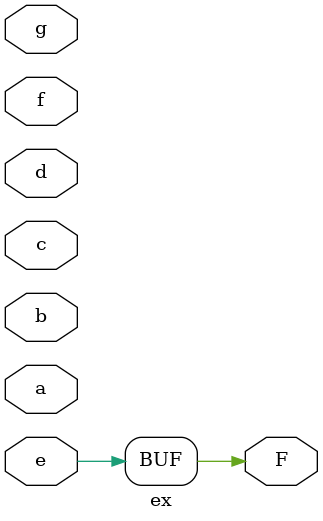
<source format=v>

module ex ( 
    a, b, c, d, e, f, g,
    F  );
  input  a, b, c, d, e, f, g;
  output F;
  assign F = e;
endmodule



</source>
